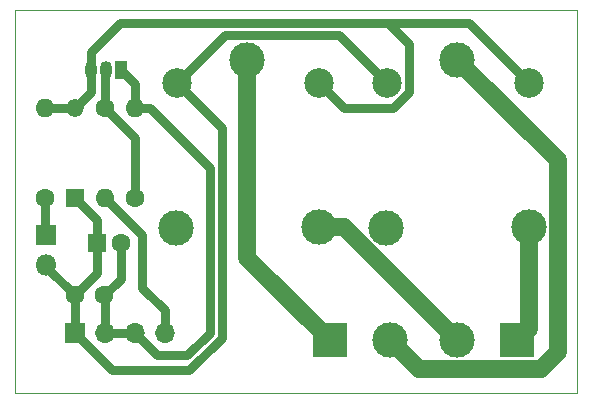
<source format=gbr>
%TF.GenerationSoftware,KiCad,Pcbnew,7.0.10-7.0.10~ubuntu22.04.1*%
%TF.CreationDate,2024-02-26T17:52:12+02:00*%
%TF.ProjectId,PSU controller,50535520-636f-46e7-9472-6f6c6c65722e,rev?*%
%TF.SameCoordinates,Original*%
%TF.FileFunction,Copper,L2,Bot*%
%TF.FilePolarity,Positive*%
%FSLAX46Y46*%
G04 Gerber Fmt 4.6, Leading zero omitted, Abs format (unit mm)*
G04 Created by KiCad (PCBNEW 7.0.10-7.0.10~ubuntu22.04.1) date 2024-02-26 17:52:12*
%MOMM*%
%LPD*%
G01*
G04 APERTURE LIST*
%TA.AperFunction,ComponentPad*%
%ADD10R,1.5X1.5*%
%TD*%
%TA.AperFunction,ComponentPad*%
%ADD11O,1.5X1.5*%
%TD*%
%TA.AperFunction,ComponentPad*%
%ADD12C,3*%
%TD*%
%TA.AperFunction,ComponentPad*%
%ADD13C,2.5*%
%TD*%
%TA.AperFunction,ComponentPad*%
%ADD14R,1.05X1.5*%
%TD*%
%TA.AperFunction,ComponentPad*%
%ADD15O,1.05X1.5*%
%TD*%
%TA.AperFunction,ComponentPad*%
%ADD16R,1.7X1.7*%
%TD*%
%TA.AperFunction,ComponentPad*%
%ADD17O,1.7X1.7*%
%TD*%
%TA.AperFunction,ComponentPad*%
%ADD18R,3X3*%
%TD*%
%TA.AperFunction,ComponentPad*%
%ADD19C,1.6*%
%TD*%
%TA.AperFunction,ComponentPad*%
%ADD20O,1.6X1.6*%
%TD*%
%TA.AperFunction,ComponentPad*%
%ADD21R,1.6X1.6*%
%TD*%
%TA.AperFunction,ComponentPad*%
%ADD22R,1.8X1.8*%
%TD*%
%TA.AperFunction,ComponentPad*%
%ADD23O,1.8X1.8*%
%TD*%
%TA.AperFunction,Conductor*%
%ADD24C,1.5*%
%TD*%
%TA.AperFunction,Conductor*%
%ADD25C,0.8*%
%TD*%
%TA.AperFunction,Profile*%
%ADD26C,0.1*%
%TD*%
G04 APERTURE END LIST*
D10*
X7080000Y18505000D03*
D11*
X7080000Y26125000D03*
D12*
X39465000Y30185000D03*
D13*
X45515000Y28235000D03*
D12*
X45515000Y16035000D03*
X33465000Y15985000D03*
D13*
X33515000Y28235000D03*
D14*
X10999576Y29305000D03*
D15*
X9729576Y29305000D03*
X8459576Y29305000D03*
D16*
X7090000Y7055000D03*
D17*
X9630000Y7055000D03*
X12170000Y7055000D03*
X14710000Y7055000D03*
D18*
X28670000Y6445000D03*
D12*
X33750000Y6445000D03*
D19*
X4540000Y18510000D03*
D20*
X4540000Y26130000D03*
D19*
X12160000Y18510000D03*
D20*
X12160000Y26130000D03*
D19*
X9620000Y26130000D03*
D20*
X9620000Y18510000D03*
D19*
X7100000Y10255000D03*
X9600000Y10255000D03*
D21*
X8985000Y14700000D03*
D19*
X10985000Y14700000D03*
D22*
X4667000Y15364000D03*
D23*
X4667000Y12824000D03*
D18*
X44545000Y6445000D03*
D12*
X39465000Y6445000D03*
X21685000Y30185000D03*
D13*
X27735000Y28235000D03*
D12*
X27735000Y16035000D03*
X15685000Y15985000D03*
D13*
X15735000Y28235000D03*
D24*
X21685000Y30185000D02*
X21685000Y13430000D01*
X21685000Y13430000D02*
X28670000Y6445000D01*
X39465000Y30185000D02*
X47965000Y21685000D01*
X46540000Y3995000D02*
X36200000Y3995000D01*
X47965000Y5420000D02*
X46540000Y3995000D01*
X47965000Y21685000D02*
X47965000Y5420000D01*
X36200000Y3995000D02*
X33750000Y6445000D01*
X45515000Y16035000D02*
X45515000Y7415000D01*
X45515000Y7415000D02*
X44545000Y6445000D01*
X29875000Y16035000D02*
X39465000Y6445000D01*
X27735000Y16035000D02*
X29875000Y16035000D01*
D25*
X19785000Y32285000D02*
X29465000Y32285000D01*
X4667000Y12688000D02*
X7100000Y10255000D01*
X7090000Y7055000D02*
X10240000Y3905000D01*
X8985000Y12140000D02*
X7100000Y10255000D01*
X19510001Y6665787D02*
X19510001Y24459999D01*
X8985000Y14700000D02*
X8985000Y12140000D01*
X10240000Y3905000D02*
X16749214Y3905000D01*
X8985000Y16600000D02*
X8985000Y14700000D01*
X7090000Y7070000D02*
X7080000Y7080000D01*
X16749214Y3905000D02*
X19510001Y6665787D01*
X4667000Y12824000D02*
X4667000Y12688000D01*
X7080000Y18505000D02*
X8985000Y16600000D01*
X19510001Y24459999D02*
X15735000Y28235000D01*
X29465000Y32285000D02*
X33515000Y28235000D01*
X7100000Y7100000D02*
X7100000Y10255000D01*
X15735000Y28235000D02*
X19785000Y32285000D01*
X7090000Y7055000D02*
X7090000Y7070000D01*
X7100000Y10255000D02*
X7080000Y10255000D01*
X7080000Y7080000D02*
X7100000Y7100000D01*
X12170000Y7055000D02*
X14050000Y5175000D01*
X16605000Y5175000D02*
X18510000Y7080000D01*
X10985000Y11640000D02*
X9600000Y10255000D01*
X13430000Y26130000D02*
X12160000Y26130000D01*
X14050000Y5175000D02*
X16605000Y5175000D01*
X12170000Y7055000D02*
X9630000Y7055000D01*
X9630000Y10225000D02*
X9600000Y10255000D01*
X12160000Y28144576D02*
X10999576Y29305000D01*
X9630000Y7055000D02*
X9630000Y10225000D01*
X10985000Y14700000D02*
X10985000Y11640000D01*
X18510000Y7080000D02*
X18510000Y21050000D01*
X12160000Y26130000D02*
X12160000Y28144576D01*
X18510000Y21050000D02*
X13430000Y26130000D01*
X12795000Y10890000D02*
X14710000Y8975000D01*
X14710000Y8975000D02*
X14710000Y7055000D01*
X9620000Y18510000D02*
X12795000Y15335000D01*
X12795000Y15335000D02*
X12795000Y10890000D01*
X8459576Y29305000D02*
X8459576Y27504576D01*
X34026296Y26130000D02*
X29840000Y26130000D01*
X33579999Y33285001D02*
X35365000Y31500000D01*
X29840000Y26130000D02*
X27735000Y28235000D01*
X8459576Y27504576D02*
X7080000Y26125000D01*
X33579999Y33285001D02*
X40464999Y33285001D01*
X35365000Y27468704D02*
X34026296Y26130000D01*
X40464999Y33285001D02*
X45515000Y28235000D01*
X8459576Y29305000D02*
X8459576Y30855000D01*
X8459576Y30855000D02*
X10889577Y33285001D01*
X10889577Y33285001D02*
X33579999Y33285001D01*
X35365000Y31500000D02*
X35365000Y27468704D01*
X7080000Y26125000D02*
X4545000Y26125000D01*
X4545000Y26125000D02*
X4540000Y26130000D01*
X4540000Y18510000D02*
X4540000Y15491000D01*
X4540000Y15491000D02*
X4667000Y15364000D01*
X12160000Y23590000D02*
X9620000Y26130000D01*
X12160000Y18510000D02*
X12160000Y23590000D01*
X9620000Y26130000D02*
X9620000Y29195424D01*
X9620000Y29195424D02*
X9729576Y29305000D01*
D26*
X49625000Y34385000D02*
X2000000Y34385000D01*
X2000000Y17240000D02*
X2000000Y2000000D01*
X2000000Y34385000D02*
X2000000Y17875000D01*
X49625000Y2000000D02*
X49625000Y34385000D01*
X2000000Y17875000D02*
X2000000Y17240000D01*
X2000000Y2000000D02*
X49625000Y2000000D01*
M02*

</source>
